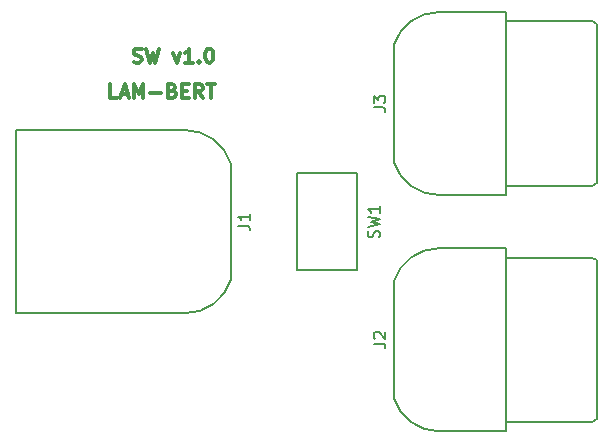
<source format=gbr>
G04 #@! TF.GenerationSoftware,KiCad,Pcbnew,5.0.2-bee76a0~70~ubuntu16.04.1*
G04 #@! TF.CreationDate,2019-11-03T02:00:58+01:00*
G04 #@! TF.ProjectId,switch,73776974-6368-42e6-9b69-6361645f7063,rev?*
G04 #@! TF.SameCoordinates,Original*
G04 #@! TF.FileFunction,Legend,Top*
G04 #@! TF.FilePolarity,Positive*
%FSLAX46Y46*%
G04 Gerber Fmt 4.6, Leading zero omitted, Abs format (unit mm)*
G04 Created by KiCad (PCBNEW 5.0.2-bee76a0~70~ubuntu16.04.1) date Sun 03 Nov 2019 02:00:58 AM CET*
%MOMM*%
%LPD*%
G01*
G04 APERTURE LIST*
%ADD10C,0.300000*%
%ADD11C,0.200000*%
%ADD12C,0.150000*%
G04 APERTURE END LIST*
D10*
X112228571Y-44542857D02*
X111657142Y-44542857D01*
X111657142Y-43342857D01*
X112571428Y-44200000D02*
X113142857Y-44200000D01*
X112457142Y-44542857D02*
X112857142Y-43342857D01*
X113257142Y-44542857D01*
X113657142Y-44542857D02*
X113657142Y-43342857D01*
X114057142Y-44200000D01*
X114457142Y-43342857D01*
X114457142Y-44542857D01*
X115028571Y-44085714D02*
X115942857Y-44085714D01*
X116914285Y-43914285D02*
X117085714Y-43971428D01*
X117142857Y-44028571D01*
X117200000Y-44142857D01*
X117200000Y-44314285D01*
X117142857Y-44428571D01*
X117085714Y-44485714D01*
X116971428Y-44542857D01*
X116514285Y-44542857D01*
X116514285Y-43342857D01*
X116914285Y-43342857D01*
X117028571Y-43400000D01*
X117085714Y-43457142D01*
X117142857Y-43571428D01*
X117142857Y-43685714D01*
X117085714Y-43800000D01*
X117028571Y-43857142D01*
X116914285Y-43914285D01*
X116514285Y-43914285D01*
X117714285Y-43914285D02*
X118114285Y-43914285D01*
X118285714Y-44542857D02*
X117714285Y-44542857D01*
X117714285Y-43342857D01*
X118285714Y-43342857D01*
X119485714Y-44542857D02*
X119085714Y-43971428D01*
X118800000Y-44542857D02*
X118800000Y-43342857D01*
X119257142Y-43342857D01*
X119371428Y-43400000D01*
X119428571Y-43457142D01*
X119485714Y-43571428D01*
X119485714Y-43742857D01*
X119428571Y-43857142D01*
X119371428Y-43914285D01*
X119257142Y-43971428D01*
X118800000Y-43971428D01*
X119828571Y-43342857D02*
X120514285Y-43342857D01*
X120171428Y-44542857D02*
X120171428Y-43342857D01*
X113628571Y-41485714D02*
X113800000Y-41542857D01*
X114085714Y-41542857D01*
X114200000Y-41485714D01*
X114257142Y-41428571D01*
X114314285Y-41314285D01*
X114314285Y-41200000D01*
X114257142Y-41085714D01*
X114200000Y-41028571D01*
X114085714Y-40971428D01*
X113857142Y-40914285D01*
X113742857Y-40857142D01*
X113685714Y-40800000D01*
X113628571Y-40685714D01*
X113628571Y-40571428D01*
X113685714Y-40457142D01*
X113742857Y-40400000D01*
X113857142Y-40342857D01*
X114142857Y-40342857D01*
X114314285Y-40400000D01*
X114714285Y-40342857D02*
X115000000Y-41542857D01*
X115228571Y-40685714D01*
X115457142Y-41542857D01*
X115742857Y-40342857D01*
X117000000Y-40742857D02*
X117285714Y-41542857D01*
X117571428Y-40742857D01*
X118657142Y-41542857D02*
X117971428Y-41542857D01*
X118314285Y-41542857D02*
X118314285Y-40342857D01*
X118200000Y-40514285D01*
X118085714Y-40628571D01*
X117971428Y-40685714D01*
X119171428Y-41428571D02*
X119228571Y-41485714D01*
X119171428Y-41542857D01*
X119114285Y-41485714D01*
X119171428Y-41428571D01*
X119171428Y-41542857D01*
X119971428Y-40342857D02*
X120085714Y-40342857D01*
X120200000Y-40400000D01*
X120257142Y-40457142D01*
X120314285Y-40571428D01*
X120371428Y-40800000D01*
X120371428Y-41085714D01*
X120314285Y-41314285D01*
X120257142Y-41428571D01*
X120200000Y-41485714D01*
X120085714Y-41542857D01*
X119971428Y-41542857D01*
X119857142Y-41485714D01*
X119800000Y-41428571D01*
X119742857Y-41314285D01*
X119685714Y-41085714D01*
X119685714Y-40800000D01*
X119742857Y-40571428D01*
X119800000Y-40457142D01*
X119857142Y-40400000D01*
X119971428Y-40342857D01*
D11*
G04 #@! TO.C,J1*
X118003600Y-47250000D02*
X103650010Y-47250000D01*
X121850010Y-55000000D02*
X121850010Y-59942354D01*
X103650010Y-62750000D02*
X103650010Y-55000000D01*
X121850010Y-55000000D02*
X121850010Y-50057646D01*
X118003600Y-47250000D02*
G75*
G02X121850010Y-50057646I0J-4038569D01*
G01*
X118003600Y-62750000D02*
X103650010Y-62750000D01*
X121850010Y-59942354D02*
G75*
G02X118003600Y-62750000I-3846410J1230923D01*
G01*
X103650010Y-47250000D02*
X103650010Y-55000000D01*
G04 #@! TO.C,J2*
X152450009Y-58050000D02*
X145150009Y-58050000D01*
X152850009Y-58280940D02*
X152850009Y-65000000D01*
X145150009Y-57250000D02*
X139496419Y-57250000D01*
X145150009Y-65000000D02*
X145150009Y-72750000D01*
X135650009Y-69942354D02*
X135650009Y-65000000D01*
X135650009Y-60057646D02*
X135650009Y-65000000D01*
X145150009Y-72750000D02*
X139496419Y-72750000D01*
X145150009Y-65000000D02*
X145150009Y-57250000D01*
X139496419Y-72750000D02*
G75*
G02X135650009Y-69942354I0J4038569D01*
G01*
X152450009Y-58050000D02*
X152850009Y-58280940D01*
X152450009Y-71950000D02*
X152850009Y-71719060D01*
X135650009Y-60057646D02*
G75*
G02X139496419Y-57250000I3846410J-1230923D01*
G01*
X152450009Y-71950000D02*
X145150009Y-71950000D01*
X152850009Y-71719060D02*
X152850009Y-65000000D01*
G04 #@! TO.C,J3*
X152850009Y-51719060D02*
X152850009Y-45000000D01*
X152450009Y-51950000D02*
X145150009Y-51950000D01*
X135650009Y-40057646D02*
G75*
G02X139496419Y-37250000I3846410J-1230923D01*
G01*
X152450009Y-51950000D02*
X152850009Y-51719060D01*
X152450009Y-38050000D02*
X152850009Y-38280940D01*
X139496419Y-52750000D02*
G75*
G02X135650009Y-49942354I0J4038569D01*
G01*
X145150009Y-45000000D02*
X145150009Y-37250000D01*
X145150009Y-52750000D02*
X139496419Y-52750000D01*
X135650009Y-40057646D02*
X135650009Y-45000000D01*
X135650009Y-49942354D02*
X135650009Y-45000000D01*
X145150009Y-45000000D02*
X145150009Y-52750000D01*
X145150009Y-37250000D02*
X139496419Y-37250000D01*
X152850009Y-38280940D02*
X152850009Y-45000000D01*
X152450009Y-38050000D02*
X145150009Y-38050000D01*
G04 #@! TO.C,SW1*
X127450000Y-59100000D02*
X127450000Y-50900000D01*
X132550000Y-50900000D02*
X127450000Y-50900000D01*
X132550000Y-59100000D02*
X132550000Y-50900000D01*
X132550000Y-59100000D02*
X127450000Y-59100000D01*
G04 #@! TO.C,J1*
D12*
X122452380Y-55333333D02*
X123166666Y-55333333D01*
X123309523Y-55380952D01*
X123404761Y-55476190D01*
X123452380Y-55619047D01*
X123452380Y-55714285D01*
X123452380Y-54333333D02*
X123452380Y-54904761D01*
X123452380Y-54619047D02*
X122452380Y-54619047D01*
X122595238Y-54714285D01*
X122690476Y-54809523D01*
X122738095Y-54904761D01*
G04 #@! TO.C,J2*
X133952380Y-65333333D02*
X134666666Y-65333333D01*
X134809523Y-65380952D01*
X134904761Y-65476190D01*
X134952380Y-65619047D01*
X134952380Y-65714285D01*
X134047619Y-64904761D02*
X134000000Y-64857142D01*
X133952380Y-64761904D01*
X133952380Y-64523809D01*
X134000000Y-64428571D01*
X134047619Y-64380952D01*
X134142857Y-64333333D01*
X134238095Y-64333333D01*
X134380952Y-64380952D01*
X134952380Y-64952380D01*
X134952380Y-64333333D01*
G04 #@! TO.C,J3*
X133952380Y-45333333D02*
X134666666Y-45333333D01*
X134809523Y-45380952D01*
X134904761Y-45476190D01*
X134952380Y-45619047D01*
X134952380Y-45714285D01*
X133952380Y-44952380D02*
X133952380Y-44333333D01*
X134333333Y-44666666D01*
X134333333Y-44523809D01*
X134380952Y-44428571D01*
X134428571Y-44380952D01*
X134523809Y-44333333D01*
X134761904Y-44333333D01*
X134857142Y-44380952D01*
X134904761Y-44428571D01*
X134952380Y-44523809D01*
X134952380Y-44809523D01*
X134904761Y-44904761D01*
X134857142Y-44952380D01*
G04 #@! TO.C,SW1*
X134404761Y-56333333D02*
X134452380Y-56190476D01*
X134452380Y-55952380D01*
X134404761Y-55857142D01*
X134357142Y-55809523D01*
X134261904Y-55761904D01*
X134166666Y-55761904D01*
X134071428Y-55809523D01*
X134023809Y-55857142D01*
X133976190Y-55952380D01*
X133928571Y-56142857D01*
X133880952Y-56238095D01*
X133833333Y-56285714D01*
X133738095Y-56333333D01*
X133642857Y-56333333D01*
X133547619Y-56285714D01*
X133500000Y-56238095D01*
X133452380Y-56142857D01*
X133452380Y-55904761D01*
X133500000Y-55761904D01*
X133452380Y-55428571D02*
X134452380Y-55190476D01*
X133738095Y-55000000D01*
X134452380Y-54809523D01*
X133452380Y-54571428D01*
X134452380Y-53666666D02*
X134452380Y-54238095D01*
X134452380Y-53952380D02*
X133452380Y-53952380D01*
X133595238Y-54047619D01*
X133690476Y-54142857D01*
X133738095Y-54238095D01*
G04 #@! TD*
M02*

</source>
